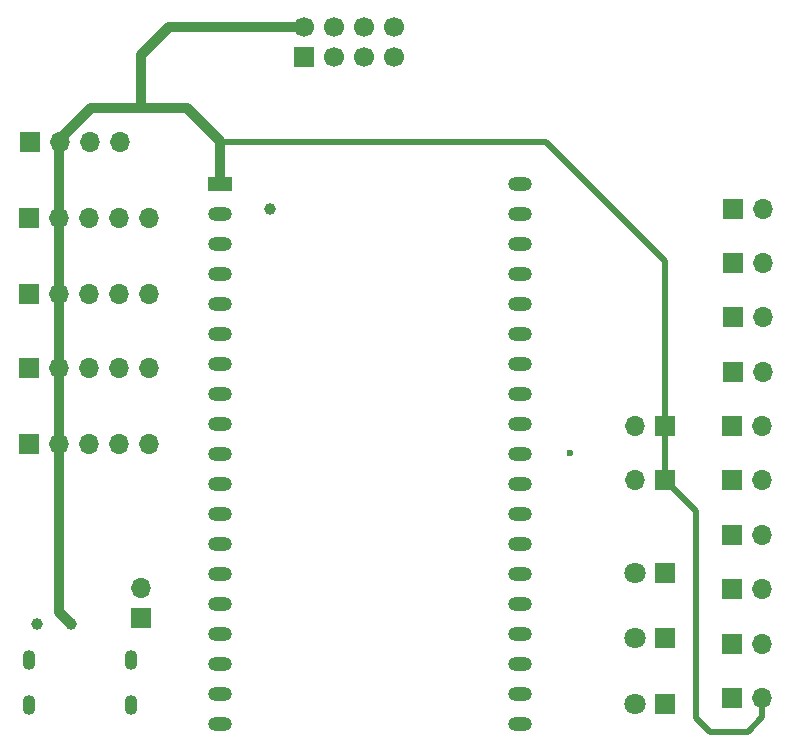
<source format=gbr>
%TF.GenerationSoftware,KiCad,Pcbnew,8.0.4*%
%TF.CreationDate,2024-12-10T19:57:11+05:30*%
%TF.ProjectId,controller-v3,636f6e74-726f-46c6-9c65-722d76332e6b,rev?*%
%TF.SameCoordinates,Original*%
%TF.FileFunction,Copper,L2,Inr*%
%TF.FilePolarity,Positive*%
%FSLAX46Y46*%
G04 Gerber Fmt 4.6, Leading zero omitted, Abs format (unit mm)*
G04 Created by KiCad (PCBNEW 8.0.4) date 2024-12-10 19:57:11*
%MOMM*%
%LPD*%
G01*
G04 APERTURE LIST*
%TA.AperFunction,ComponentPad*%
%ADD10R,1.700000X1.700000*%
%TD*%
%TA.AperFunction,ComponentPad*%
%ADD11C,1.700000*%
%TD*%
%TA.AperFunction,ComponentPad*%
%ADD12O,1.700000X1.700000*%
%TD*%
%TA.AperFunction,ComponentPad*%
%ADD13R,1.800000X1.800000*%
%TD*%
%TA.AperFunction,ComponentPad*%
%ADD14C,1.800000*%
%TD*%
%TA.AperFunction,ComponentPad*%
%ADD15R,2.000000X1.200000*%
%TD*%
%TA.AperFunction,ComponentPad*%
%ADD16O,2.000000X1.200000*%
%TD*%
%TA.AperFunction,ComponentPad*%
%ADD17O,1.100000X1.700000*%
%TD*%
%TA.AperFunction,ViaPad*%
%ADD18C,0.985000*%
%TD*%
%TA.AperFunction,ViaPad*%
%ADD19C,0.600000*%
%TD*%
%TA.AperFunction,Conductor*%
%ADD20C,0.885000*%
%TD*%
%TA.AperFunction,Conductor*%
%ADD21C,0.500000*%
%TD*%
G04 APERTURE END LIST*
D10*
%TO.N,GND*%
%TO.C,U4*%
X116010000Y-88370000D03*
D11*
%TO.N,/3v3*%
X116010000Y-85830000D03*
%TO.N,/CE*%
X118550000Y-88370000D03*
%TO.N,/CSN*%
X118550000Y-85830000D03*
%TO.N,/SCK*%
X121090000Y-88370000D03*
%TO.N,/MOSI*%
X121090000Y-85830000D03*
%TO.N,/MISO*%
X123630000Y-88370000D03*
%TO.N,/IRQ*%
X123630000Y-85830000D03*
%TD*%
D10*
%TO.N,/sw_analog_in*%
%TO.C,SW5*%
X152300000Y-119575000D03*
D12*
%TO.N,Net-(R14-Pad2)*%
X154840000Y-119575000D03*
%TD*%
D10*
%TO.N,/sw_analog_in*%
%TO.C,SW8*%
X152300000Y-133375000D03*
D12*
%TO.N,Net-(R16-Pad1)*%
X154840000Y-133375000D03*
%TD*%
D10*
%TO.N,GND*%
%TO.C,joy3*%
X92745000Y-121125000D03*
D12*
%TO.N,/3v3*%
X95285000Y-121125000D03*
%TO.N,/joy3_x*%
X97825000Y-121125000D03*
%TO.N,/joy3_y*%
X100365000Y-121125000D03*
%TO.N,/calibrate_joy3*%
X102905000Y-121125000D03*
%TD*%
D10*
%TO.N,/sw_analog_in*%
%TO.C,SW6*%
X152300000Y-124175000D03*
D12*
%TO.N,Net-(R14-Pad1)*%
X154840000Y-124175000D03*
%TD*%
D13*
%TO.N,GND*%
%TO.C,D1*%
X146575000Y-132000000D03*
D14*
%TO.N,Net-(D1-A)*%
X144035000Y-132000000D03*
%TD*%
D10*
%TO.N,GND*%
%TO.C,joy0*%
X92785000Y-114700000D03*
D12*
%TO.N,/3v3*%
X95325000Y-114700000D03*
%TO.N,/joy0_x*%
X97865000Y-114700000D03*
%TO.N,/joy0_y*%
X100405000Y-114700000D03*
%TO.N,/calibrate_joy0*%
X102945000Y-114700000D03*
%TD*%
D10*
%TO.N,GND*%
%TO.C,joy2*%
X92785000Y-101975000D03*
D12*
%TO.N,/3v3*%
X95325000Y-101975000D03*
%TO.N,/joy2_x*%
X97865000Y-101975000D03*
%TO.N,/joy2_y*%
X100405000Y-101975000D03*
%TO.N,/calibrate_joy2*%
X102945000Y-101975000D03*
%TD*%
D10*
%TO.N,GND*%
%TO.C,joy1*%
X92785000Y-108375000D03*
D12*
%TO.N,/3v3*%
X95325000Y-108375000D03*
%TO.N,/joy1_x*%
X97865000Y-108375000D03*
%TO.N,/joy1_y*%
X100405000Y-108375000D03*
%TO.N,/calibrate_joy1*%
X102945000Y-108375000D03*
%TD*%
D10*
%TO.N,/sw_analog_in*%
%TO.C,SW1*%
X152340000Y-101175000D03*
D12*
%TO.N,Net-(R1-Pad1)*%
X154880000Y-101175000D03*
%TD*%
D10*
%TO.N,/sw_analog_in*%
%TO.C,SW2*%
X152340000Y-105775000D03*
D12*
%TO.N,Net-(R2-Pad1)*%
X154880000Y-105775000D03*
%TD*%
D10*
%TO.N,/sw_analog_in*%
%TO.C,SW7*%
X152300000Y-128775000D03*
D12*
%TO.N,Net-(R15-Pad1)*%
X154840000Y-128775000D03*
%TD*%
D15*
%TO.N,/3v3*%
%TO.C,U7*%
X108900000Y-99060000D03*
D16*
%TO.N,unconnected-(U7-CHIP_PU-Pad2)*%
X108900000Y-101600000D03*
%TO.N,/calibrate_joy2*%
X108900000Y-104140000D03*
%TO.N,/calibrate_joy1*%
X108900000Y-106680000D03*
%TO.N,/calibrate_joy0*%
X108900000Y-109220000D03*
%TO.N,/calibrate_joy3*%
X108900000Y-111760000D03*
%TO.N,/joy2_y*%
X108900000Y-114300000D03*
%TO.N,/joy2_x*%
X108900000Y-116840000D03*
%TO.N,/joy1_y*%
X108900000Y-119380000D03*
%TO.N,/joy1_x*%
X108900000Y-121920000D03*
%TO.N,/joy0_y*%
X108900000Y-124460000D03*
%TO.N,/joy0_x*%
X108900000Y-127000000D03*
%TO.N,/joy3_y*%
X108900000Y-129540000D03*
%TO.N,GND*%
X108900000Y-132080000D03*
%TO.N,/joy3_x*%
X108900000Y-134620000D03*
%TO.N,unconnected-(U7-SD_DATA2{slash}GPIO9-Pad16)*%
X108900000Y-137160000D03*
%TO.N,unconnected-(U7-SD_DATA3{slash}GPIO10-Pad17)*%
X108900000Y-139700000D03*
%TO.N,unconnected-(U7-CMD-Pad18)*%
X108900000Y-142240000D03*
%TO.N,unconnected-(U7-5V-Pad19)*%
X108900000Y-144780000D03*
%TO.N,/LED0*%
X134296320Y-144777280D03*
%TO.N,/LED2*%
X134296320Y-142237280D03*
%TO.N,/LED1*%
X134300000Y-139700000D03*
%TO.N,/oled_cycle*%
X134300000Y-137160000D03*
%TO.N,/mode_select*%
X134300000Y-134620000D03*
%TO.N,unconnected-(U7-GPIO0{slash}BOOT{slash}ADC2_CH1-Pad25)*%
X134300000Y-132080000D03*
%TO.N,/CE*%
X134300000Y-129540000D03*
%TO.N,unconnected-(U7-GPIO16-Pad27)*%
X134300000Y-127000000D03*
%TO.N,/sw_analog_in*%
X134300000Y-124460000D03*
%TO.N,/CSN*%
X134300000Y-121920000D03*
%TO.N,/SCK*%
X134300000Y-119380000D03*
%TO.N,/MISO*%
X134300000Y-116840000D03*
%TO.N,GND*%
X134300000Y-114300000D03*
%TO.N,/oled_sda*%
X134300000Y-111760000D03*
%TO.N,unconnected-(U7-U0RXD{slash}GPIO3-Pad34)*%
X134300000Y-109220000D03*
%TO.N,/IRQ*%
X134300000Y-106680000D03*
%TO.N,/oled_scl*%
X134300000Y-104140000D03*
%TO.N,/MOSI*%
X134300000Y-101600000D03*
%TO.N,GND*%
X134300000Y-99060000D03*
%TD*%
D10*
%TO.N,GND*%
%TO.C,U1*%
X92800000Y-95575000D03*
D12*
%TO.N,/3v3*%
X95340000Y-95575000D03*
%TO.N,/oled_scl*%
X97880000Y-95575000D03*
%TO.N,/oled_sda*%
X100420000Y-95575000D03*
%TD*%
D13*
%TO.N,GND*%
%TO.C,D3*%
X146575000Y-143100000D03*
D14*
%TO.N,Net-(D3-A)*%
X144035000Y-143100000D03*
%TD*%
D10*
%TO.N,Net-(on/off1-A)*%
%TO.C,on/off1*%
X102275000Y-135802500D03*
D12*
%TO.N,Net-(U5-VI)*%
X102275000Y-133262500D03*
%TD*%
D17*
%TO.N,GND*%
%TO.C,J1*%
X92765000Y-139437500D03*
X92765000Y-143237500D03*
X101405000Y-139437500D03*
X101405000Y-143237500D03*
%TD*%
D10*
%TO.N,/sw_analog_in*%
%TO.C,SW4*%
X152340000Y-114975000D03*
D12*
%TO.N,Net-(R4-Pad1)*%
X154880000Y-114975000D03*
%TD*%
D10*
%TO.N,/sw_analog_in*%
%TO.C,SW10*%
X152300000Y-142600000D03*
D12*
%TO.N,/3v3*%
X154840000Y-142600000D03*
%TD*%
D10*
%TO.N,/sw_analog_in*%
%TO.C,SW3*%
X152340000Y-110375000D03*
D12*
%TO.N,Net-(R3-Pad1)*%
X154880000Y-110375000D03*
%TD*%
D10*
%TO.N,/3v3*%
%TO.C,mode_select1*%
X146575000Y-119575000D03*
D12*
%TO.N,/mode_select*%
X144035000Y-119575000D03*
%TD*%
D10*
%TO.N,/sw_analog_in*%
%TO.C,SW9*%
X152300000Y-138000000D03*
D12*
%TO.N,Net-(R17-Pad1)*%
X154840000Y-138000000D03*
%TD*%
D13*
%TO.N,GND*%
%TO.C,D2*%
X146575000Y-137550000D03*
D14*
%TO.N,Net-(D2-A)*%
X144035000Y-137550000D03*
%TD*%
D10*
%TO.N,/3v3*%
%TO.C,oled_cycle1*%
X146575000Y-124175000D03*
D12*
%TO.N,/oled_cycle*%
X144035000Y-124175000D03*
%TD*%
D18*
%TO.N,GND*%
X93450000Y-136312500D03*
D19*
X138587500Y-121900000D03*
D18*
%TO.N,/3v3*%
X96300000Y-136312500D03*
%TO.N,/CSN*%
X113150000Y-101235000D03*
%TD*%
D20*
%TO.N,/3v3*%
X104600000Y-85800000D02*
X102200000Y-88200000D01*
X95300000Y-135312500D02*
X95300000Y-121140000D01*
D21*
X149200000Y-126800000D02*
X149200000Y-144300000D01*
D20*
X108900000Y-96730000D02*
X108900000Y-95530000D01*
D21*
X95325000Y-95745000D02*
X95155000Y-95575000D01*
D20*
X108900000Y-96730000D02*
X108900000Y-99060000D01*
D21*
X154840000Y-144260000D02*
X154840000Y-142600000D01*
D20*
X108900000Y-95480000D02*
X108900000Y-96730000D01*
X95325000Y-114700000D02*
X95325000Y-108375000D01*
D21*
X108900000Y-95480000D02*
X108920000Y-95500000D01*
D20*
X115980000Y-85800000D02*
X104600000Y-85800000D01*
X106120000Y-92700000D02*
X98030000Y-92700000D01*
X108900000Y-95480000D02*
X106120000Y-92700000D01*
D21*
X150400000Y-145500000D02*
X153600000Y-145500000D01*
X146575000Y-124175000D02*
X146575000Y-119575000D01*
D20*
X95325000Y-101975000D02*
X95325000Y-95745000D01*
X95285000Y-121125000D02*
X95285000Y-114740000D01*
D21*
X108920000Y-95500000D02*
X136500000Y-95500000D01*
D20*
X96300000Y-136312500D02*
X95300000Y-135312500D01*
D21*
X149200000Y-144300000D02*
X150400000Y-145500000D01*
D20*
X116010000Y-85830000D02*
X115980000Y-85800000D01*
X95325000Y-108375000D02*
X95325000Y-101975000D01*
D21*
X136500000Y-95500000D02*
X146575000Y-105575000D01*
D20*
X98030000Y-92700000D02*
X95155000Y-95575000D01*
X102200000Y-88200000D02*
X102200000Y-92700000D01*
D21*
X146575000Y-105575000D02*
X146575000Y-119575000D01*
X95285000Y-114740000D02*
X95325000Y-114700000D01*
D20*
X95300000Y-121140000D02*
X95285000Y-121125000D01*
D21*
X146575000Y-124175000D02*
X149200000Y-126800000D01*
X153600000Y-145500000D02*
X154840000Y-144260000D01*
%TD*%
M02*

</source>
